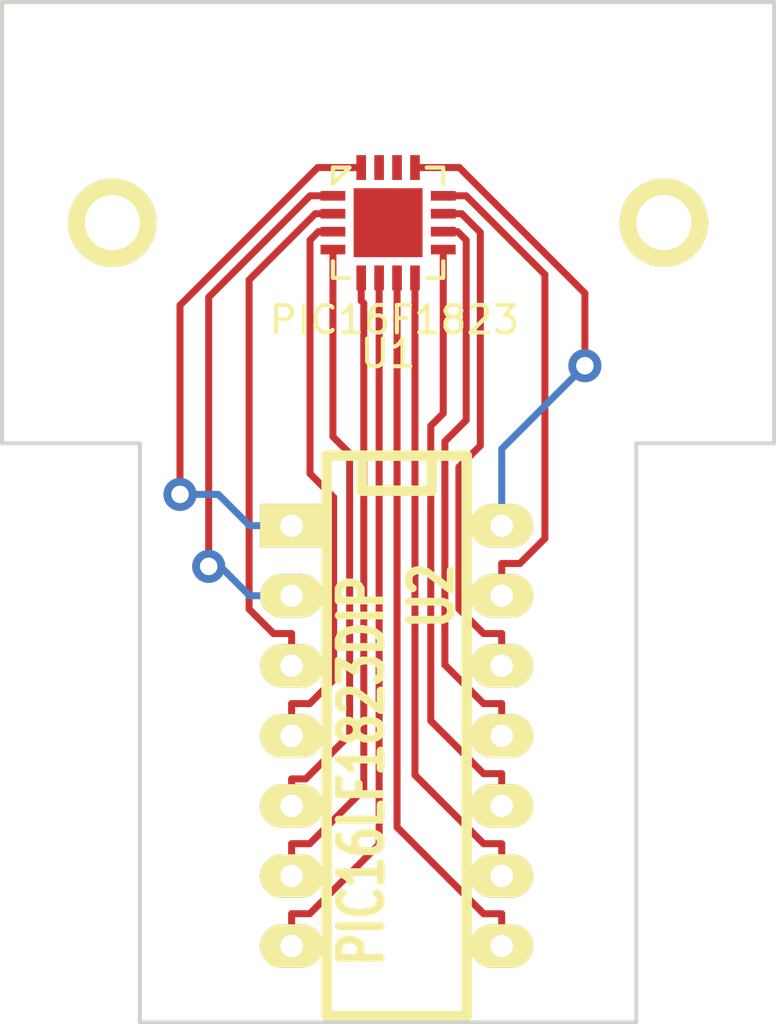
<source format=kicad_pcb>
(kicad_pcb (version 4) (host pcbnew "(2014-jul-16 BZR unknown)-product")

  (general
    (links 14)
    (no_connects 0)
    (area 28.331118 31.924999 58.070203 69.211201)
    (thickness 1.6)
    (drawings 8)
    (tracks 87)
    (zones 0)
    (modules 4)
    (nets 19)
  )

  (page A4)
  (layers
    (0 F.Cu signal)
    (31 B.Cu signal)
    (32 B.Adhes user)
    (33 F.Adhes user)
    (34 B.Paste user)
    (35 F.Paste user)
    (36 B.SilkS user)
    (37 F.SilkS user)
    (38 B.Mask user)
    (39 F.Mask user)
    (40 Dwgs.User user)
    (41 Cmts.User user)
    (42 Eco1.User user)
    (43 Eco2.User user)
    (44 Edge.Cuts user)
    (45 Margin user)
    (46 B.CrtYd user)
    (47 F.CrtYd user)
    (48 B.Fab user)
    (49 F.Fab user)
  )

  (setup
    (last_trace_width 0.254)
    (trace_clearance 0.254)
    (zone_clearance 0.508)
    (zone_45_only no)
    (trace_min 0.254)
    (segment_width 0.2)
    (edge_width 0.15)
    (via_size 1.2)
    (via_drill 0.635)
    (via_min_size 0.889)
    (via_min_drill 0.508)
    (uvia_size 0.508)
    (uvia_drill 0.127)
    (uvias_allowed no)
    (uvia_min_size 0.508)
    (uvia_min_drill 0.127)
    (pcb_text_width 0.3)
    (pcb_text_size 1 1)
    (mod_edge_width 0.15)
    (mod_text_size 1 1)
    (mod_text_width 0.15)
    (pad_size 3.2004 3.2004)
    (pad_drill 2)
    (pad_to_mask_clearance 0)
    (aux_axis_origin 0 0)
    (visible_elements FFFFFF7F)
    (pcbplotparams
      (layerselection 0x01000_80000001)
      (usegerberextensions false)
      (excludeedgelayer true)
      (linewidth 0.100000)
      (plotframeref false)
      (viasonmask false)
      (mode 1)
      (useauxorigin false)
      (hpglpennumber 1)
      (hpglpenspeed 20)
      (hpglpendiameter 15)
      (hpglpenoverlay 2)
      (psnegative false)
      (psa4output false)
      (plotreference true)
      (plotvalue true)
      (plotinvisibletext false)
      (padsonsilk false)
      (subtractmaskfromsilk false)
      (outputformat 1)
      (mirror false)
      (drillshape 0)
      (scaleselection 1)
      (outputdirectory FIXTURE/))
  )

  (net 0 "")
  (net 1 "Net-(U1-Pad2)")
  (net 2 "Net-(U1-Pad3)")
  (net 3 "Net-(U1-Pad1)")
  (net 4 "Net-(U1-Pad4)")
  (net 5 "Net-(U1-Pad6)")
  (net 6 "Net-(U1-Pad5)")
  (net 7 "Net-(U1-Pad7)")
  (net 8 "Net-(U1-Pad8)")
  (net 9 "Net-(U1-Pad9)")
  (net 10 "Net-(U1-Pad10)")
  (net 11 "Net-(U1-Pad11)")
  (net 12 "Net-(U1-Pad12)")
  (net 13 "Net-(U1-Pad13)")
  (net 14 "Net-(U1-Pad14)")
  (net 15 "Net-(U1-Pad15)")
  (net 16 "Net-(U1-Pad16)")
  (net 17 "Net-(P1-Pad1)")
  (net 18 "Net-(P2-Pad1)")

  (net_class Default "This is the default net class."
    (clearance 0.254)
    (trace_width 0.254)
    (via_dia 1.2)
    (via_drill 0.635)
    (uvia_dia 0.508)
    (uvia_drill 0.127)
    (add_net "Net-(P1-Pad1)")
    (add_net "Net-(P2-Pad1)")
    (add_net "Net-(U1-Pad1)")
    (add_net "Net-(U1-Pad10)")
    (add_net "Net-(U1-Pad11)")
    (add_net "Net-(U1-Pad12)")
    (add_net "Net-(U1-Pad13)")
    (add_net "Net-(U1-Pad14)")
    (add_net "Net-(U1-Pad15)")
    (add_net "Net-(U1-Pad16)")
    (add_net "Net-(U1-Pad2)")
    (add_net "Net-(U1-Pad3)")
    (add_net "Net-(U1-Pad4)")
    (add_net "Net-(U1-Pad5)")
    (add_net "Net-(U1-Pad6)")
    (add_net "Net-(U1-Pad7)")
    (add_net "Net-(U1-Pad8)")
    (add_net "Net-(U1-Pad9)")
  )

  (module Saul_footprints:QFN16_MCP (layer F.Cu) (tedit 5273D02D) (tstamp 53E4925C)
    (at 43 40)
    (path /53E488A0)
    (fp_text reference U1 (at 0 4.75) (layer F.SilkS)
      (effects (font (size 1 1) (thickness 0.15)))
    )
    (fp_text value PIC16F1823 (at 0.225 3.525) (layer F.SilkS)
      (effects (font (size 1 1) (thickness 0.15)))
    )
    (fp_line (start -2 -1.4) (end -1.4 -2) (layer F.SilkS) (width 0.15))
    (fp_line (start -1.4 2) (end -2 2) (layer F.SilkS) (width 0.15))
    (fp_line (start -2 2) (end -2 1.4) (layer F.SilkS) (width 0.15))
    (fp_line (start 2 1.4) (end 2 2) (layer F.SilkS) (width 0.15))
    (fp_line (start 2 2) (end 1.4 2) (layer F.SilkS) (width 0.15))
    (fp_line (start 1.4 -2) (end 2 -2) (layer F.SilkS) (width 0.15))
    (fp_line (start 2 -2) (end 2 -1.4) (layer F.SilkS) (width 0.15))
    (fp_line (start -1.4 -2) (end -2 -2) (layer F.SilkS) (width 0.15))
    (fp_line (start -2 -2) (end -2 -1.4) (layer F.SilkS) (width 0.15))
    (pad 2 smd rect (at -2 -0.325) (size 0.9 0.35) (layers F.Cu F.Paste F.Mask)
      (net 1 "Net-(U1-Pad2)"))
    (pad 3 smd rect (at -2 0.325) (size 0.9 0.35) (layers F.Cu F.Paste F.Mask)
      (net 2 "Net-(U1-Pad3)"))
    (pad 1 smd rect (at -2 -0.975) (size 0.9 0.35) (layers F.Cu F.Paste F.Mask)
      (net 3 "Net-(U1-Pad1)"))
    (pad 4 smd rect (at -2 0.975) (size 0.9 0.35) (layers F.Cu F.Paste F.Mask)
      (net 4 "Net-(U1-Pad4)"))
    (pad 6 smd rect (at -0.325 2 90) (size 0.9 0.35) (layers F.Cu F.Paste F.Mask)
      (net 5 "Net-(U1-Pad6)"))
    (pad 5 smd rect (at -0.975 2 90) (size 0.9 0.35) (layers F.Cu F.Paste F.Mask)
      (net 6 "Net-(U1-Pad5)"))
    (pad 7 smd rect (at 0.325 2 90) (size 0.9 0.35) (layers F.Cu F.Paste F.Mask)
      (net 7 "Net-(U1-Pad7)"))
    (pad 8 smd rect (at 0.975 2 90) (size 0.9 0.35) (layers F.Cu F.Paste F.Mask)
      (net 8 "Net-(U1-Pad8)"))
    (pad 9 smd rect (at 2 0.975) (size 0.9 0.35) (layers F.Cu F.Paste F.Mask)
      (net 9 "Net-(U1-Pad9)"))
    (pad 10 smd rect (at 2 0.325) (size 0.9 0.35) (layers F.Cu F.Paste F.Mask)
      (net 10 "Net-(U1-Pad10)"))
    (pad 11 smd rect (at 2 -0.325) (size 0.9 0.35) (layers F.Cu F.Paste F.Mask)
      (net 11 "Net-(U1-Pad11)"))
    (pad 12 smd rect (at 2 -0.975) (size 0.9 0.35) (layers F.Cu F.Paste F.Mask)
      (net 12 "Net-(U1-Pad12)"))
    (pad 13 smd rect (at 0.975 -2 90) (size 0.9 0.35) (layers F.Cu F.Paste F.Mask)
      (net 13 "Net-(U1-Pad13)"))
    (pad 14 smd rect (at 0.325 -2 90) (size 0.9 0.35) (layers F.Cu F.Paste F.Mask)
      (net 14 "Net-(U1-Pad14)"))
    (pad 15 smd rect (at -0.325 -2 90) (size 0.9 0.35) (layers F.Cu F.Paste F.Mask)
      (net 15 "Net-(U1-Pad15)"))
    (pad 16 smd rect (at -0.975 -2 90) (size 0.9 0.35) (layers F.Cu F.Paste F.Mask)
      (net 16 "Net-(U1-Pad16)"))
    (pad "" smd rect (at 0 0 90) (size 2.5 2.5) (layers F.Cu F.Paste F.Mask))
  )

  (module Sockets_DIP:DIP-14__300_ELL (layer F.Cu) (tedit 53E49222) (tstamp 53E49275)
    (at 43.3112 58.6067 270)
    (descr "14 pins DIL package, elliptical pads")
    (tags DIL)
    (path /53E48E0D)
    (fp_text reference U2 (at -5.08 -1.27 270) (layer F.SilkS)
      (effects (font (size 1.524 1.143) (thickness 0.3048)))
    )
    (fp_text value PIC16LF1823DIP (at 1.27 1.27 270) (layer F.SilkS)
      (effects (font (size 1.524 1.143) (thickness 0.3048)))
    )
    (fp_line (start -10.16 -2.54) (end 10.16 -2.54) (layer F.SilkS) (width 0.381))
    (fp_line (start 10.16 2.54) (end -10.16 2.54) (layer F.SilkS) (width 0.381))
    (fp_line (start -10.16 2.54) (end -10.16 -2.54) (layer F.SilkS) (width 0.381))
    (fp_line (start -10.16 -1.27) (end -8.89 -1.27) (layer F.SilkS) (width 0.381))
    (fp_line (start -8.89 -1.27) (end -8.89 1.27) (layer F.SilkS) (width 0.381))
    (fp_line (start -8.89 1.27) (end -10.16 1.27) (layer F.SilkS) (width 0.381))
    (fp_line (start 10.16 -2.54) (end 10.16 2.54) (layer F.SilkS) (width 0.381))
    (pad 1 thru_hole rect (at -7.62 3.81 270) (size 1.5748 2.286) (drill 0.8128) (layers *.Cu *.Mask F.SilkS)
      (net 16 "Net-(U1-Pad16)"))
    (pad 2 thru_hole oval (at -5.08 3.81 270) (size 1.5748 2.286) (drill 0.8128) (layers *.Cu *.Mask F.SilkS)
      (net 3 "Net-(U1-Pad1)"))
    (pad 3 thru_hole oval (at -2.54 3.81 270) (size 1.5748 2.286) (drill 0.8128) (layers *.Cu *.Mask F.SilkS)
      (net 1 "Net-(U1-Pad2)"))
    (pad 4 thru_hole oval (at 0 3.81 270) (size 1.5748 2.286) (drill 0.8128) (layers *.Cu *.Mask F.SilkS)
      (net 2 "Net-(U1-Pad3)"))
    (pad 5 thru_hole oval (at 2.54 3.81 270) (size 1.5748 2.286) (drill 0.8128) (layers *.Cu *.Mask F.SilkS)
      (net 4 "Net-(U1-Pad4)"))
    (pad 6 thru_hole oval (at 5.08 3.81 270) (size 1.5748 2.286) (drill 0.8128) (layers *.Cu *.Mask F.SilkS)
      (net 6 "Net-(U1-Pad5)"))
    (pad 7 thru_hole oval (at 7.62 3.81 270) (size 1.5748 2.286) (drill 0.8128) (layers *.Cu *.Mask F.SilkS)
      (net 5 "Net-(U1-Pad6)"))
    (pad 8 thru_hole oval (at 7.62 -3.81 270) (size 1.5748 2.286) (drill 0.8128) (layers *.Cu *.Mask F.SilkS)
      (net 7 "Net-(U1-Pad7)"))
    (pad 9 thru_hole oval (at 5.08 -3.81 270) (size 1.5748 2.286) (drill 0.8128) (layers *.Cu *.Mask F.SilkS)
      (net 8 "Net-(U1-Pad8)"))
    (pad 10 thru_hole oval (at 2.54 -3.81 270) (size 1.5748 2.286) (drill 0.8128) (layers *.Cu *.Mask F.SilkS)
      (net 9 "Net-(U1-Pad9)"))
    (pad 11 thru_hole oval (at 0 -3.81 270) (size 1.5748 2.286) (drill 0.8128) (layers *.Cu *.Mask F.SilkS)
      (net 10 "Net-(U1-Pad10)"))
    (pad 12 thru_hole oval (at -2.54 -3.81 270) (size 1.5748 2.286) (drill 0.8128) (layers *.Cu *.Mask F.SilkS)
      (net 11 "Net-(U1-Pad11)"))
    (pad 13 thru_hole oval (at -5.08 -3.81 270) (size 1.5748 2.286) (drill 0.8128) (layers *.Cu *.Mask F.SilkS)
      (net 12 "Net-(U1-Pad12)"))
    (pad 14 thru_hole oval (at -7.62 -3.81 270) (size 1.5748 2.286) (drill 0.8128) (layers *.Cu *.Mask F.SilkS)
      (net 13 "Net-(U1-Pad13)"))
    (model dil/dil_14.wrl
      (at (xyz 0 0 0))
      (scale (xyz 1 1 1))
      (rotate (xyz 0 0 0))
    )
  )

  (module Saul_footprints:Mhole (layer F.Cu) (tedit 53E4C196) (tstamp 53E49E8A)
    (at 33 40)
    (path /53E49940)
    (fp_text reference P1 (at 0.44958 -4.09956) (layer F.SilkS) hide
      (effects (font (thickness 0.3048)))
    )
    (fp_text value CONN_1 (at 0.20066 -6.10108) (layer F.SilkS) hide
      (effects (font (thickness 0.3048)))
    )
    (pad 1 thru_hole circle (at 0 0) (size 3.2004 3.2004) (drill 2) (layers *.Cu *.Mask F.SilkS)
      (net 17 "Net-(P1-Pad1)") (clearance 1.00076))
  )

  (module Saul_footprints:Mhole (layer F.Cu) (tedit 53E4C19B) (tstamp 53E49E8F)
    (at 53 40)
    (path /53E499F6)
    (fp_text reference P2 (at 0.44958 -4.09956) (layer F.SilkS) hide
      (effects (font (thickness 0.3048)))
    )
    (fp_text value CONN_1 (at 0.20066 -6.10108) (layer F.SilkS) hide
      (effects (font (thickness 0.3048)))
    )
    (pad 1 thru_hole circle (at 0 0) (size 3.2004 3.2004) (drill 2) (layers *.Cu *.Mask F.SilkS)
      (net 18 "Net-(P2-Pad1)") (clearance 1.00076))
  )

  (gr_line (start 52 69) (end 34 69) (angle 90) (layer Edge.Cuts) (width 0.15))
  (gr_line (start 52 48) (end 52 69) (angle 90) (layer Edge.Cuts) (width 0.15))
  (gr_line (start 57 48) (end 52 48) (angle 90) (layer Edge.Cuts) (width 0.15))
  (gr_line (start 34 48) (end 34 69) (angle 90) (layer Edge.Cuts) (width 0.15))
  (gr_line (start 29 48) (end 34 48) (angle 90) (layer Edge.Cuts) (width 0.15))
  (gr_line (start 29 32) (end 29 48) (angle 90) (layer Edge.Cuts) (width 0.15))
  (gr_line (start 57 32) (end 29 32) (angle 90) (layer Edge.Cuts) (width 0.15))
  (gr_line (start 57 48) (end 57 32) (angle 90) (layer Edge.Cuts) (width 0.15))

  (segment (start 40.3586 39.675) (end 41 39.675) (width 0.254) (layer F.Cu) (net 1))
  (segment (start 37.959 42.0746) (end 40.3586 39.675) (width 0.254) (layer F.Cu) (net 1))
  (segment (start 37.959 54.0132) (end 37.959 42.0746) (width 0.254) (layer F.Cu) (net 1))
  (segment (start 38.8438 54.898) (end 37.959 54.0132) (width 0.254) (layer F.Cu) (net 1))
  (segment (start 39.5012 54.898) (end 38.8438 54.898) (width 0.254) (layer F.Cu) (net 1))
  (segment (start 39.5012 56.0667) (end 39.5012 54.898) (width 0.254) (layer F.Cu) (net 1))
  (segment (start 40.4768 40.325) (end 41 40.325) (width 0.254) (layer F.Cu) (net 2))
  (segment (start 40.1686 40.6332) (end 40.4768 40.325) (width 0.254) (layer F.Cu) (net 2))
  (segment (start 40.1686 49.1008) (end 40.1686 40.6332) (width 0.254) (layer F.Cu) (net 2))
  (segment (start 41.0256 49.9578) (end 40.1686 49.1008) (width 0.254) (layer F.Cu) (net 2))
  (segment (start 41.0256 56.571) (end 41.0256 49.9578) (width 0.254) (layer F.Cu) (net 2))
  (segment (start 40.1586 57.438) (end 41.0256 56.571) (width 0.254) (layer F.Cu) (net 2))
  (segment (start 39.5012 57.438) (end 40.1586 57.438) (width 0.254) (layer F.Cu) (net 2))
  (segment (start 39.5012 58.6067) (end 39.5012 57.438) (width 0.254) (layer F.Cu) (net 2))
  (via (at 36.4938 52.4618) (size 1.2) (layers F.Cu B.Cu) (net 3))
  (segment (start 39.5012 53.5267) (end 37.9769 53.5267) (width 0.254) (layer B.Cu) (net 3))
  (segment (start 36.912 52.4618) (end 36.4938 52.4618) (width 0.254) (layer B.Cu) (net 3))
  (segment (start 37.9769 53.5267) (end 36.912 52.4618) (width 0.254) (layer B.Cu) (net 3))
  (segment (start 36.4938 42.6999) (end 40.1687 39.025) (width 0.254) (layer F.Cu) (net 3))
  (segment (start 36.4938 52.4618) (end 36.4938 42.6999) (width 0.254) (layer F.Cu) (net 3))
  (segment (start 41 39.025) (end 40.1687 39.025) (width 0.254) (layer F.Cu) (net 3))
  (segment (start 41 47.7588) (end 41 40.975) (width 0.254) (layer F.Cu) (net 4))
  (segment (start 41.6056 48.3644) (end 41 47.7588) (width 0.254) (layer F.Cu) (net 4))
  (segment (start 41.6056 58.5752) (end 41.6056 48.3644) (width 0.254) (layer F.Cu) (net 4))
  (segment (start 40.0125 60.1683) (end 41.6056 58.5752) (width 0.254) (layer F.Cu) (net 4))
  (segment (start 39.5012 60.1683) (end 40.0125 60.1683) (width 0.254) (layer F.Cu) (net 4))
  (segment (start 39.5012 61.1467) (end 39.5012 60.1683) (width 0.254) (layer F.Cu) (net 4))
  (segment (start 42.675 62.5416) (end 42.675 42) (width 0.254) (layer F.Cu) (net 5))
  (segment (start 40.1586 65.058) (end 42.675 62.5416) (width 0.254) (layer F.Cu) (net 5))
  (segment (start 39.5012 65.058) (end 40.1586 65.058) (width 0.254) (layer F.Cu) (net 5))
  (segment (start 39.5012 66.2267) (end 39.5012 65.058) (width 0.254) (layer F.Cu) (net 5))
  (segment (start 42.1186 42.9249) (end 42.025 42.8313) (width 0.254) (layer F.Cu) (net 6))
  (segment (start 42.1186 60.558) (end 42.1186 42.9249) (width 0.254) (layer F.Cu) (net 6))
  (segment (start 40.1586 62.518) (end 42.1186 60.558) (width 0.254) (layer F.Cu) (net 6))
  (segment (start 39.5012 62.518) (end 40.1586 62.518) (width 0.254) (layer F.Cu) (net 6))
  (segment (start 39.5012 63.6867) (end 39.5012 62.518) (width 0.254) (layer F.Cu) (net 6))
  (segment (start 42.025 42) (end 42.025 42.8313) (width 0.254) (layer F.Cu) (net 6))
  (segment (start 47.1212 66.2267) (end 47.1212 65.058) (width 0.254) (layer F.Cu) (net 7))
  (segment (start 46.4638 65.058) (end 47.1212 65.058) (width 0.254) (layer F.Cu) (net 7))
  (segment (start 43.325 61.9192) (end 46.4638 65.058) (width 0.254) (layer F.Cu) (net 7))
  (segment (start 43.325 42) (end 43.325 61.9192) (width 0.254) (layer F.Cu) (net 7))
  (segment (start 47.1212 63.6867) (end 47.1212 62.518) (width 0.254) (layer F.Cu) (net 8))
  (segment (start 43.975 42) (end 43.975 42.8313) (width 0.254) (layer F.Cu) (net 8))
  (segment (start 46.4638 62.518) (end 47.1212 62.518) (width 0.254) (layer F.Cu) (net 8))
  (segment (start 43.975 60.0292) (end 46.4638 62.518) (width 0.254) (layer F.Cu) (net 8))
  (segment (start 43.975 42.8313) (end 43.975 60.0292) (width 0.254) (layer F.Cu) (net 8))
  (segment (start 45 46.9142) (end 45 40.975) (width 0.254) (layer F.Cu) (net 9))
  (segment (start 44.5488 47.3654) (end 45 46.9142) (width 0.254) (layer F.Cu) (net 9))
  (segment (start 44.5488 58.063) (end 44.5488 47.3654) (width 0.254) (layer F.Cu) (net 9))
  (segment (start 46.4638 59.978) (end 44.5488 58.063) (width 0.254) (layer F.Cu) (net 9))
  (segment (start 47.1212 59.978) (end 46.4638 59.978) (width 0.254) (layer F.Cu) (net 9))
  (segment (start 47.1212 61.1467) (end 47.1212 59.978) (width 0.254) (layer F.Cu) (net 9))
  (segment (start 45.5232 40.325) (end 45 40.325) (width 0.254) (layer F.Cu) (net 10))
  (segment (start 45.8314 40.6332) (end 45.5232 40.325) (width 0.254) (layer F.Cu) (net 10))
  (segment (start 45.8314 47.161) (end 45.8314 40.6332) (width 0.254) (layer F.Cu) (net 10))
  (segment (start 45.0602 47.9322) (end 45.8314 47.161) (width 0.254) (layer F.Cu) (net 10))
  (segment (start 45.0602 56.0344) (end 45.0602 47.9322) (width 0.254) (layer F.Cu) (net 10))
  (segment (start 46.4638 57.438) (end 45.0602 56.0344) (width 0.254) (layer F.Cu) (net 10))
  (segment (start 47.1212 57.438) (end 46.4638 57.438) (width 0.254) (layer F.Cu) (net 10))
  (segment (start 47.1212 58.6067) (end 47.1212 57.438) (width 0.254) (layer F.Cu) (net 10))
  (segment (start 47.1212 56.0667) (end 47.1212 54.898) (width 0.254) (layer F.Cu) (net 11))
  (segment (start 45.667 39.675) (end 45 39.675) (width 0.254) (layer F.Cu) (net 11))
  (segment (start 46.3446 40.3526) (end 45.667 39.675) (width 0.254) (layer F.Cu) (net 11))
  (segment (start 46.3446 48.0856) (end 46.3446 40.3526) (width 0.254) (layer F.Cu) (net 11))
  (segment (start 45.5686 48.8616) (end 46.3446 48.0856) (width 0.254) (layer F.Cu) (net 11))
  (segment (start 45.5686 54.0028) (end 45.5686 48.8616) (width 0.254) (layer F.Cu) (net 11))
  (segment (start 46.4638 54.898) (end 45.5686 54.0028) (width 0.254) (layer F.Cu) (net 11))
  (segment (start 47.1212 54.898) (end 46.4638 54.898) (width 0.254) (layer F.Cu) (net 11))
  (segment (start 48.687 41.8807) (end 45.8313 39.025) (width 0.254) (layer F.Cu) (net 12))
  (segment (start 48.687 51.4496) (end 48.687 41.8807) (width 0.254) (layer F.Cu) (net 12))
  (segment (start 47.7786 52.358) (end 48.687 51.4496) (width 0.254) (layer F.Cu) (net 12))
  (segment (start 47.1212 52.358) (end 47.7786 52.358) (width 0.254) (layer F.Cu) (net 12))
  (segment (start 47.1212 53.5267) (end 47.1212 52.358) (width 0.254) (layer F.Cu) (net 12))
  (segment (start 45 39.025) (end 45.8313 39.025) (width 0.254) (layer F.Cu) (net 12))
  (via (at 50.137 45.1856) (size 1.2) (layers F.Cu B.Cu) (net 13))
  (segment (start 47.1212 48.2014) (end 50.137 45.1856) (width 0.254) (layer B.Cu) (net 13))
  (segment (start 47.1212 50.9867) (end 47.1212 48.2014) (width 0.254) (layer B.Cu) (net 13))
  (segment (start 45.5801 38) (end 43.975 38) (width 0.254) (layer F.Cu) (net 13))
  (segment (start 50.137 42.5569) (end 45.5801 38) (width 0.254) (layer F.Cu) (net 13))
  (segment (start 50.137 45.1856) (end 50.137 42.5569) (width 0.254) (layer F.Cu) (net 13))
  (via (at 35.4534 49.8523) (size 1.2) (layers F.Cu B.Cu) (net 16))
  (segment (start 36.8425 49.8523) (end 35.4534 49.8523) (width 0.254) (layer B.Cu) (net 16))
  (segment (start 37.9769 50.9867) (end 36.8425 49.8523) (width 0.254) (layer B.Cu) (net 16))
  (segment (start 40.4485 38) (end 42.025 38) (width 0.254) (layer F.Cu) (net 16))
  (segment (start 35.4534 42.9951) (end 40.4485 38) (width 0.254) (layer F.Cu) (net 16))
  (segment (start 35.4534 49.8523) (end 35.4534 42.9951) (width 0.254) (layer F.Cu) (net 16))
  (segment (start 39.5012 50.9867) (end 37.9769 50.9867) (width 0.254) (layer B.Cu) (net 16))

  (zone (net 0) (net_name "") (layer F.Cu) (tstamp 53E49EB5) (hatch edge 0.508)
    (connect_pads (clearance 0.508))
    (min_thickness 0.254)
    (keepout (tracks allowed) (vias not_allowed) (copperpour allowed))
    (fill (arc_segments 16) (thermal_gap 0.508) (thermal_bridge_width 0.508))
    (polygon
      (pts
        (xy 38 35) (xy 48 35) (xy 48 46) (xy 38 46)
      )
    )
  )
)

</source>
